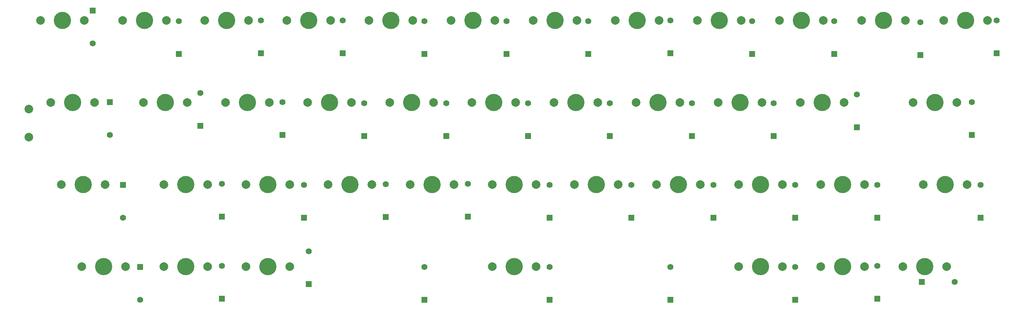
<source format=gbr>
%TF.GenerationSoftware,KiCad,Pcbnew,8.0.6*%
%TF.CreationDate,2025-02-17T10:52:22+09:00*%
%TF.ProjectId,assemble,61737365-6d62-46c6-952e-6b696361645f,rev?*%
%TF.SameCoordinates,Original*%
%TF.FileFunction,Legend,Top*%
%TF.FilePolarity,Positive*%
%FSLAX46Y46*%
G04 Gerber Fmt 4.6, Leading zero omitted, Abs format (unit mm)*
G04 Created by KiCad (PCBNEW 8.0.6) date 2025-02-17 10:52:22*
%MOMM*%
%LPD*%
G01*
G04 APERTURE LIST*
%ADD10R,1.397000X1.397000*%
%ADD11C,1.397000*%
%ADD12C,2.000000*%
%ADD13C,4.000000*%
G04 APERTURE END LIST*
D10*
%TO.C,D2*%
X61000000Y-68965000D03*
D11*
X61000000Y-76585000D03*
%TD*%
D10*
%TO.C,D27*%
X182000000Y-95810000D03*
D11*
X182000000Y-88190000D03*
%TD*%
D12*
%TO.C,SW32*%
X187801250Y-88106250D03*
D13*
X192881250Y-88106250D03*
D12*
X197961250Y-88106250D03*
%TD*%
D10*
%TO.C,D23*%
X163000000Y-95810000D03*
D11*
X163000000Y-88190000D03*
%TD*%
D10*
%TO.C,D26*%
X177000000Y-76810000D03*
D11*
X177000000Y-69190000D03*
%TD*%
D12*
%TO.C,SW35*%
X202088750Y-69056250D03*
D13*
X207168750Y-69056250D03*
D12*
X212248750Y-69056250D03*
%TD*%
D10*
%TO.C,D8*%
X87000000Y-114585000D03*
D11*
X87000000Y-106965000D03*
%TD*%
D12*
%TO.C,SW22*%
X140176250Y-50006250D03*
D13*
X145256250Y-50006250D03*
D12*
X150336250Y-50006250D03*
%TD*%
D10*
%TO.C,D13*%
X115000000Y-57585000D03*
D11*
X115000000Y-49965000D03*
%TD*%
D10*
%TO.C,D1*%
X57000000Y-47690000D03*
D11*
X57000000Y-55310000D03*
%TD*%
D10*
%TO.C,D7*%
X87000000Y-95585000D03*
D11*
X87000000Y-87965000D03*
%TD*%
D12*
%TO.C,SW10*%
X83026250Y-50000000D03*
D13*
X88106250Y-50000000D03*
D12*
X93186250Y-50000000D03*
%TD*%
D10*
%TO.C,D31*%
X201000000Y-95810000D03*
D11*
X201000000Y-88190000D03*
%TD*%
D10*
%TO.C,D37*%
X229000000Y-57810000D03*
D11*
X229000000Y-50190000D03*
%TD*%
D10*
%TO.C,D34*%
X215000000Y-76810000D03*
D11*
X215000000Y-69190000D03*
%TD*%
D10*
%TO.C,D30*%
X196000000Y-76810000D03*
D11*
X196000000Y-69190000D03*
%TD*%
D10*
%TO.C,D32*%
X239000000Y-114585000D03*
D11*
X239000000Y-106965000D03*
%TD*%
D12*
%TO.C,SW7*%
X68738750Y-69056250D03*
D13*
X73818750Y-69056250D03*
D12*
X78898750Y-69056250D03*
%TD*%
D10*
%TO.C,D9*%
X96000000Y-57620000D03*
D11*
X96000000Y-50000000D03*
%TD*%
D10*
%TO.C,D21*%
X153000000Y-57810000D03*
D11*
X153000000Y-50190000D03*
%TD*%
D10*
%TO.C,D19*%
X144000000Y-95585000D03*
D11*
X144000000Y-87965000D03*
%TD*%
D10*
%TO.C,D40*%
X263000000Y-95810000D03*
D11*
X263000000Y-88190000D03*
%TD*%
D10*
%TO.C,D36*%
X249322190Y-110728125D03*
D11*
X256942190Y-110728125D03*
%TD*%
D10*
%TO.C,D20*%
X163000000Y-114810000D03*
D11*
X163000000Y-107190000D03*
%TD*%
D12*
%TO.C,SW29*%
X206851250Y-107156250D03*
D13*
X211931250Y-107156250D03*
D12*
X217011250Y-107156250D03*
%TD*%
%TO.C,SW11*%
X87788750Y-69056250D03*
D13*
X92868750Y-69056250D03*
D12*
X97948750Y-69056250D03*
%TD*%
D10*
%TO.C,D10*%
X101000000Y-76585000D03*
D11*
X101000000Y-68965000D03*
%TD*%
D10*
%TO.C,D16*%
X134000000Y-114810000D03*
D11*
X134000000Y-107190000D03*
%TD*%
D12*
%TO.C,SW40*%
X225901250Y-88106250D03*
D13*
X230981250Y-88106250D03*
D12*
X236061250Y-88106250D03*
%TD*%
%TO.C,SW15*%
X106838750Y-69056250D03*
D13*
X111918750Y-69056250D03*
D12*
X116998750Y-69056250D03*
%TD*%
D10*
%TO.C,D43*%
X261000000Y-76585000D03*
D11*
X261000000Y-68965000D03*
%TD*%
D12*
%TO.C,SW37*%
X244951250Y-107156250D03*
D13*
X250031250Y-107156250D03*
D12*
X255111250Y-107156250D03*
%TD*%
%TO.C,SW1*%
X42149010Y-77068750D03*
X42149010Y-70568750D03*
%TD*%
%TO.C,SW16*%
X111601250Y-88106250D03*
D13*
X116681250Y-88106250D03*
D12*
X121761250Y-88106250D03*
%TD*%
D10*
%TO.C,D14*%
X120000000Y-76810000D03*
D11*
X120000000Y-69190000D03*
%TD*%
D12*
%TO.C,SW24*%
X149701250Y-88106250D03*
D13*
X154781250Y-88106250D03*
D12*
X159861250Y-88106250D03*
%TD*%
D10*
%TO.C,D39*%
X239000000Y-95810000D03*
D11*
X239000000Y-88190000D03*
%TD*%
D12*
%TO.C,SW23*%
X144938750Y-69056250D03*
D13*
X150018750Y-69056250D03*
D12*
X155098750Y-69056250D03*
%TD*%
%TO.C,SW38*%
X216376250Y-50006250D03*
D13*
X221456250Y-50006250D03*
D12*
X226536250Y-50006250D03*
%TD*%
D10*
%TO.C,D42*%
X266700000Y-57585000D03*
D11*
X266700000Y-49965000D03*
%TD*%
D12*
%TO.C,SW13*%
X92551250Y-107156250D03*
D13*
X97631250Y-107156250D03*
D12*
X102711250Y-107156250D03*
%TD*%
%TO.C,SW20*%
X130651250Y-88106250D03*
D13*
X135731250Y-88106250D03*
D12*
X140811250Y-88106250D03*
%TD*%
%TO.C,SW9*%
X73501250Y-107156250D03*
D13*
X78581250Y-107156250D03*
D12*
X83661250Y-107156250D03*
%TD*%
%TO.C,SW39*%
X221138750Y-69056250D03*
D13*
X226218750Y-69056250D03*
D12*
X231298750Y-69056250D03*
%TD*%
D10*
%TO.C,D11*%
X106000000Y-95810000D03*
D11*
X106000000Y-88190000D03*
%TD*%
D10*
%TO.C,D4*%
X68000000Y-107190000D03*
D11*
X68000000Y-114810000D03*
%TD*%
D10*
%TO.C,D12*%
X107158500Y-111204375D03*
D11*
X107158500Y-103584375D03*
%TD*%
D10*
%TO.C,D28*%
X220000000Y-114810000D03*
D11*
X220000000Y-107190000D03*
%TD*%
D10*
%TO.C,D29*%
X191000000Y-57585000D03*
D11*
X191000000Y-49965000D03*
%TD*%
D12*
%TO.C,SW12*%
X92551250Y-88106250D03*
D13*
X97631250Y-88106250D03*
D12*
X102711250Y-88106250D03*
%TD*%
D10*
%TO.C,D24*%
X191000000Y-114810000D03*
D11*
X191000000Y-107190000D03*
%TD*%
D10*
%TO.C,D38*%
X234319920Y-74771250D03*
D11*
X234319920Y-67151250D03*
%TD*%
D12*
%TO.C,SW2*%
X44920000Y-50000000D03*
D13*
X50000000Y-50000000D03*
D12*
X55080000Y-50000000D03*
%TD*%
D10*
%TO.C,D33*%
X210000000Y-57810000D03*
D11*
X210000000Y-50190000D03*
%TD*%
D12*
%TO.C,SW36*%
X206851250Y-88106250D03*
D13*
X211931250Y-88106250D03*
D12*
X217011250Y-88106250D03*
%TD*%
%TO.C,SW21*%
X149701250Y-107156250D03*
D13*
X154781250Y-107156250D03*
D12*
X159861250Y-107156250D03*
%TD*%
%TO.C,SW27*%
X163988750Y-69056250D03*
D13*
X169068750Y-69056250D03*
D12*
X174148750Y-69056250D03*
%TD*%
%TO.C,SW33*%
X225901250Y-107156250D03*
D13*
X230981250Y-107156250D03*
D12*
X236061250Y-107156250D03*
%TD*%
%TO.C,SW41*%
X249713750Y-88106250D03*
D13*
X254793750Y-88106250D03*
D12*
X259873750Y-88106250D03*
%TD*%
%TO.C,SW31*%
X183038750Y-69056250D03*
D13*
X188118750Y-69056250D03*
D12*
X193198750Y-69056250D03*
%TD*%
D10*
%TO.C,D3*%
X64000000Y-88190000D03*
D11*
X64000000Y-95810000D03*
%TD*%
D12*
%TO.C,SW5*%
X54451250Y-107156250D03*
D13*
X59531250Y-107156250D03*
D12*
X64611250Y-107156250D03*
%TD*%
%TO.C,SW19*%
X125888750Y-69056250D03*
D13*
X130968750Y-69056250D03*
D12*
X136048750Y-69056250D03*
%TD*%
D10*
%TO.C,D5*%
X77000000Y-57810000D03*
D11*
X77000000Y-50190000D03*
%TD*%
D10*
%TO.C,D35*%
X220000000Y-95810000D03*
D11*
X220000000Y-88190000D03*
%TD*%
D12*
%TO.C,SW4*%
X49680000Y-88100000D03*
D13*
X54760000Y-88100000D03*
D12*
X59840000Y-88100000D03*
%TD*%
%TO.C,SW42*%
X235426250Y-50006250D03*
D13*
X240506250Y-50006250D03*
D12*
X245586250Y-50006250D03*
%TD*%
D10*
%TO.C,D6*%
X82000000Y-74425000D03*
D11*
X82000000Y-66805000D03*
%TD*%
D12*
%TO.C,SW30*%
X178276250Y-50006250D03*
D13*
X183356250Y-50006250D03*
D12*
X188436250Y-50006250D03*
%TD*%
%TO.C,SW3*%
X47300000Y-69050000D03*
D13*
X52380000Y-69050000D03*
D12*
X57460000Y-69050000D03*
%TD*%
D10*
%TO.C,D18*%
X139000000Y-76810000D03*
D11*
X139000000Y-69190000D03*
%TD*%
D10*
%TO.C,D15*%
X125000000Y-95620000D03*
D11*
X125000000Y-88000000D03*
%TD*%
D12*
%TO.C,SW26*%
X159226250Y-50000000D03*
D13*
X164306250Y-50000000D03*
D12*
X169386250Y-50000000D03*
%TD*%
%TO.C,SW18*%
X121126250Y-50006250D03*
D13*
X126206250Y-50006250D03*
D12*
X131286250Y-50006250D03*
%TD*%
D10*
%TO.C,D41*%
X249000000Y-58035000D03*
D11*
X249000000Y-50415000D03*
%TD*%
D10*
%TO.C,D17*%
X134000000Y-57810000D03*
D11*
X134000000Y-50190000D03*
%TD*%
D12*
%TO.C,SW44*%
X247340000Y-69056250D03*
D13*
X252420000Y-69056250D03*
D12*
X257500000Y-69056250D03*
%TD*%
%TO.C,SW14*%
X102076250Y-50006250D03*
D13*
X107156250Y-50006250D03*
D12*
X112236250Y-50006250D03*
%TD*%
%TO.C,SW8*%
X73492500Y-88106250D03*
D13*
X78572500Y-88106250D03*
D12*
X83652500Y-88106250D03*
%TD*%
D10*
%TO.C,D22*%
X158000000Y-76810000D03*
D11*
X158000000Y-69190000D03*
%TD*%
D12*
%TO.C,SW43*%
X254476250Y-50000000D03*
D13*
X259556250Y-50000000D03*
D12*
X264636250Y-50000000D03*
%TD*%
%TO.C,SW34*%
X197326250Y-50006250D03*
D13*
X202406250Y-50006250D03*
D12*
X207486250Y-50006250D03*
%TD*%
%TO.C,SW6*%
X63976250Y-50000000D03*
D13*
X69056250Y-50000000D03*
D12*
X74136250Y-50000000D03*
%TD*%
D10*
%TO.C,D25*%
X172000000Y-57810000D03*
D11*
X172000000Y-50190000D03*
%TD*%
D12*
%TO.C,SW28*%
X168751250Y-88106250D03*
D13*
X173831250Y-88106250D03*
D12*
X178911250Y-88106250D03*
%TD*%
M02*

</source>
